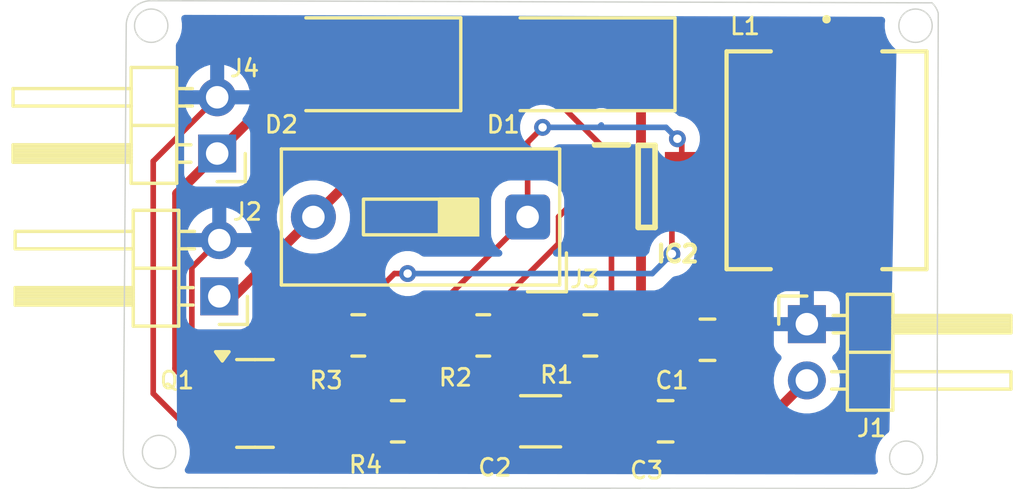
<source format=kicad_pcb>
(kicad_pcb (version 20241229) (generator "pcbnew") (generator_version "9.0")
  (layers (0 "F.Cu" signal) (2 "B.Cu" signal) (13 "F.Paste" user) (15 "B.Paste" user) (5 "F.SilkS" user "F.Silkscreen") (7 "B.SilkS" user "B.Silkscreen") (1 "F.Mask" user) (3 "B.Mask" user) (25 "Edge.Cuts" user))
  (net 0 "")
  (net 1 "GNDD")
  (net 2 "Net-(IC2-VIN)")
  (net 3 "/OUT_P")
  (net 4 "Net-(IC2-FB)")
  (net 5 "Net-(D1-A)")
  (net 6 "/BAT_P")
  (net 7 "/SOLAR_P")
  (net 8 "Net-(IC2-~{SHDN})")
  (footprint "Resistor_SMD:R_0805_2012Metric" (layer "F.Cu") (at 95.25 122.555)
    (property "Reference" "R4" (at -1.15 1.545 0) (layer "F.SilkS") (effects (font (size 0.6 0.6) (thickness 0.1) (bold yes))))
    (property "Value" "1 MΩ")
    (fp_line (start -0.227064 -0.735) (end 0.227064 -0.735) (stroke (width 0.12)) (layer "F.SilkS"))
    (fp_line (start -0.227064 0.735) (end 0.227064 0.735) (stroke (width 0.12)) (layer "F.SilkS"))
    (pad "1" smd roundrect (at -0.9125 0) (size 1.025 1.4) (layers "F.Cu" "F.Mask" "F.Paste") (roundrect_rratio 0.243902) (net 7 "/SOLAR_P"))
    (pad "2" smd roundrect (at 0.9125 0) (size 1.025 1.4) (layers "F.Cu" "F.Mask" "F.Paste") (roundrect_rratio 0.243902) (net 1 "GNDD"))
  )
  (footprint "Connector_PinHeader_2.00mm:PinHeader_1x02_P2.00mm_Horizontal" (layer "F.Cu") (at 88.9 118.11 180)
    (property "Reference" "J2" (at -1 3.01 180) (layer "F.SilkS") (effects (font (size 0.6 0.6) (thickness 0.1))))
    (property "Value" "Conn_01x02_Pin" (hide yes))
    (fp_line (start 7.26 2.31) (end 3.06 2.31) (stroke (width 0.12)) (layer "F.SilkS"))
    (fp_line (start 7.26 1.69) (end 7.26 2.31) (stroke (width 0.12)) (layer "F.SilkS"))
    (fp_line (start 7.26 0.31) (end 3.06 0.31) (stroke (width 0.12)) (layer "F.SilkS"))
    (fp_line (start 7.26 -0.31) (end 7.26 0.31) (stroke (width 0.12)) (layer "F.SilkS"))
    (fp_line (start 3.06 3.06) (end 3.06 -1.06) (stroke (width 0.12)) (layer "F.SilkS"))
    (fp_line (start 3.06 1.69) (end 7.26 1.69) (stroke (width 0.12)) (layer "F.SilkS"))
    (fp_line (start 3.06 0.23) (end 7.26 0.23) (stroke (width 0.12)) (layer "F.SilkS"))
    (fp_line (start 3.06 0.11) (end 7.26 0.11) (stroke (width 0.12)) (layer "F.SilkS"))
    (fp_line (start 3.06 -0.01) (end 7.26 -0.01) (stroke (width 0.12)) (layer "F.SilkS"))
    (fp_line (start 3.06 -0.13) (end 7.26 -0.13) (stroke (width 0.12)) (layer "F.SilkS"))
    (fp_line (start 3.06 -0.25) (end 7.26 -0.25) (stroke (width 0.12)) (layer "F.SilkS"))
    (fp_line (start 3.06 -0.31) (end 7.26 -0.31) (stroke (width 0.12)) (layer "F.SilkS"))
    (fp_line (start 3.06 -1.06) (end 1.44 -1.06) (stroke (width 0.12)) (layer "F.SilkS"))
    (fp_line (start 1.44 3.06) (end 3.06 3.06) (stroke (width 0.12)) (layer "F.SilkS"))
    (fp_line (start 1.44 1) (end 3.06 1) (stroke (width 0.12)) (layer "F.SilkS"))
    (fp_line (start 1.44 -1.06) (end 1.44 3.06) (stroke (width 0.12)) (layer "F.SilkS"))
    (fp_line (start 0.935 0.31) (end 1.44 0.31) (stroke (width 0.12)) (layer "F.SilkS"))
    (fp_line (start 0.935 -0.31) (end 1.44 -0.31) (stroke (width 0.12)) (layer "F.SilkS"))
    (fp_line (start 0.882114 2.31) (end 1.44 2.31) (stroke (width 0.12)) (layer "F.SilkS"))
    (fp_line (start 0.882114 1.69) (end 1.44 1.69) (stroke (width 0.12)) (layer "F.SilkS"))
    (fp_line (start -1 0) (end -1 -1) (stroke (width 0.12)) (layer "F.SilkS"))
    (fp_line (start -1 -1) (end 0 -1) (stroke (width 0.12)) (layer "F.SilkS"))
    (pad "1" thru_hole rect (at 0 0 180) (size 1.35 1.35) (drill 0.8) (layers "*.Cu" "*.Mask") (net 6 "/BAT_P"))
    (pad "2" thru_hole oval (at 0 2 180) (size 1.35 1.35) (drill 0.8) (layers "*.Cu" "*.Mask") (net 1 "GNDD"))
  )
  (footprint "L 0.680H:IND_ASPI-0630LR_ABR" (layer "F.Cu") (at 110.5 113.2699 -90)
    (property "Reference" "L1" (at -4.7699 2.9 0) (layer "F.SilkS") (effects (font (size 0.6 0.6) (thickness 0.1))))
    (property "Value" "ASPI-0630LR")
    (fp_line (start -3.8735 3.556) (end 3.8735 3.556) (stroke (width 0.1524)) (layer "F.SilkS"))
    (fp_line (start 3.8735 3.556) (end 3.8735 1.98374) (stroke (width 0.1524)) (layer "F.SilkS"))
    (fp_line (start -3.8735 1.98374) (end -3.8735 3.556) (stroke (width 0.1524)) (layer "F.SilkS"))
    (fp_line (start 3.8735 -1.98374) (end 3.8735 -3.556) (stroke (width 0.1524)) (layer "F.SilkS"))
    (fp_line (start -3.8735 -3.556) (end -3.8735 -1.98374) (stroke (width 0.1524)) (layer "F.SilkS"))
    (fp_line (start 3.8735 -3.556) (end -3.8735 -3.556) (stroke (width 0.1524)) (layer "F.SilkS"))
    (fp_circle (center -5.0165 0) (end -4.9403 0) (stroke (width 0.1524)) (fill no) (layer "F.SilkS"))
    (pad "1" smd rect (at -2.5654 0) (size 3.302 2.667) (layers "F.Cu" "F.Mask" "F.Paste") (net 5 "Net-(D1-A)"))
    (pad "2" smd rect (at 2.5654 0) (size 3.302 2.667) (layers "F.Cu" "F.Mask" "F.Paste") (net 2 "Net-(IC2-VIN)"))
  )
  (footprint "Package_TO_SOT_SMD:SOT-23" (layer "F.Cu") (at 90.17 121.92)
    (property "Reference" "Q1" (at -2.77 -0.82 0) (layer "F.SilkS") (effects (font (size 0.6 0.6) (thickness 0.1))))
    (property "Value" "2N7000")
    (fp_line (start 0 -1.56) (end -0.65 -1.56) (stroke (width 0.12)) (layer "F.SilkS"))
    (fp_line (start 0 -1.56) (end 0.65 -1.56) (stroke (width 0.12)) (layer "F.SilkS"))
    (fp_line (start 0 1.56) (end -0.65 1.56) (stroke (width 0.12)) (layer "F.SilkS"))
    (fp_line (start 0 1.56) (end 0.65 1.56) (stroke (width 0.12)) (layer "F.SilkS"))
    (fp_poly (pts (xy -1.1625 -1.51) (xy -1.4025 -1.84) (xy -0.9225 -1.84) (xy -1.1625 -1.51)) (stroke (width 0.12)) (fill yes) (layer "F.SilkS"))
    (pad "1" smd roundrect (at -0.9375 -0.95) (size 1.475 0.6) (layers "F.Cu" "F.Mask" "F.Paste") (net 1 "GNDD"))
    (pad "2" smd roundrect (at -0.9375 0.95) (size 1.475 0.6) (layers "F.Cu" "F.Mask" "F.Paste") (net 7 "/SOLAR_P"))
    (pad "3" smd roundrect (at 0.9375 0) (size 1.475 0.6) (layers "F.Cu" "F.Mask" "F.Paste") (net 8 "Net-(IC2-~{SHDN})"))
  )
  (footprint "Resistor_SMD:R_0805_2012Metric" (layer "F.Cu") (at 98.29 119.5 180)
    (property "Reference" "R2" (at 0.99 -1.5 0) (layer "F.SilkS") (effects (font (size 0.6 0.6) (thickness 0.1))))
    (property "Value" "604kΩ")
    (fp_line (start -0.227064 0.735) (end 0.227064 0.735) (stroke (width 0.12)) (layer "F.SilkS"))
    (fp_line (start -0.227064 -0.735) (end 0.227064 -0.735) (stroke (width 0.12)) (layer "F.SilkS"))
    (pad "1" smd roundrect (at -0.9125 0 180) (size 1.025 1.4) (layers "F.Cu" "F.Mask" "F.Paste") (roundrect_rratio 0.243902) (net 4 "Net-(IC2-FB)"))
    (pad "2" smd roundrect (at 0.9125 0 180) (size 1.025 1.4) (layers "F.Cu" "F.Mask" "F.Paste") (roundrect_rratio 0.243902) (net 1 "GNDD"))
  )
  (footprint "Connector_PinHeader_2.00mm:PinHeader_1x02_P2.00mm_Horizontal" (layer "F.Cu") (at 109.8 119.1)
    (property "Reference" "J1" (at 2.3 3.7 0) (layer "F.SilkS") (effects (font (size 0.6 0.6) (thickness 0.1) (bold yes))))
    (property "Value" "Conn_01x02_Pin" (hide yes))
    (fp_line (start -1 -1) (end 0 -1) (stroke (width 0.12)) (layer "F.SilkS"))
    (fp_line (start -1 0) (end -1 -1) (stroke (width 0.12)) (layer "F.SilkS"))
    (fp_line (start 0.882114 1.69) (end 1.44 1.69) (stroke (width 0.12)) (layer "F.SilkS"))
    (fp_line (start 0.882114 2.31) (end 1.44 2.31) (stroke (width 0.12)) (layer "F.SilkS"))
    (fp_line (start 0.935 -0.31) (end 1.44 -0.31) (stroke (width 0.12)) (layer "F.SilkS"))
    (fp_line (start 0.935 0.31) (end 1.44 0.31) (stroke (width 0.12)) (layer "F.SilkS"))
    (fp_line (start 1.44 -1.06) (end 1.44 3.06) (stroke (width 0.12)) (layer "F.SilkS"))
    (fp_line (start 1.44 1) (end 3.06 1) (stroke (width 0.12)) (layer "F.SilkS"))
    (fp_line (start 1.44 3.06) (end 3.06 3.06) (stroke (width 0.12)) (layer "F.SilkS"))
    (fp_line (start 3.06 -1.06) (end 1.44 -1.06) (stroke (width 0.12)) (layer "F.SilkS"))
    (fp_line (start 3.06 -0.31) (end 7.26 -0.31) (stroke (width 0.12)) (layer "F.SilkS"))
    (fp_line (start 3.06 -0.25) (end 7.26 -0.25) (stroke (width 0.12)) (layer "F.SilkS"))
    (fp_line (start 3.06 -0.13) (end 7.26 -0.13) (stroke (width 0.12)) (layer "F.SilkS"))
    (fp_line (start 3.06 -0.01) (end 7.26 -0.01) (stroke (width 0.12)) (layer "F.SilkS"))
    (fp_line (start 3.06 0.11) (end 7.26 0.11) (stroke (width 0.12)) (layer "F.SilkS"))
    (fp_line (start 3.06 0.23) (end 7.26 0.23) (stroke (width 0.12)) (layer "F.SilkS"))
    (fp_line (start 3.06 1.69) (end 7.26 1.69) (stroke (width 0.12)) (layer "F.SilkS"))
    (fp_line (start 3.06 3.06) (end 3.06 -1.06) (stroke (width 0.12)) (layer "F.SilkS"))
    (fp_line (start 7.26 -0.31) (end 7.26 0.31) (stroke (width 0.12)) (layer "F.SilkS"))
    (fp_line (start 7.26 0.31) (end 3.06 0.31) (stroke (width 0.12)) (layer "F.SilkS"))
    (fp_line (start 7.26 1.69) (end 7.26 2.31) (stroke (width 0.12)) (layer "F.SilkS"))
    (fp_line (start 7.26 2.31) (end 3.06 2.31) (stroke (width 0.12)) (layer "F.SilkS"))
    (pad "1" thru_hole rect (at 0 0) (size 1.35 1.35) (drill 0.8) (layers "*.Cu" "*.Mask") (net 1 "GNDD"))
    (pad "2" thru_hole oval (at 0 2) (size 1.35 1.35) (drill 0.8) (layers "*.Cu" "*.Mask") (net 3 "/OUT_P"))
  )
  (footprint "Resistor_SMD:R_0805_2012Metric" (layer "F.Cu") (at 93.845 119.5 180)
    (property "Reference" "R3" (at 1.145 -1.6 0) (layer "F.SilkS") (effects (font (size 0.6 0.6) (thickness 0.1))))
    (property "Value" "10kΩ")
    (fp_line (start -0.227064 0.735) (end 0.227064 0.735) (stroke (width 0.12)) (layer "F.SilkS"))
    (fp_line (start -0.227064 -0.735) (end 0.227064 -0.735) (stroke (width 0.12)) (layer "F.SilkS"))
    (pad "1" smd roundrect (at -0.9125 0 180) (size 1.025 1.4) (layers "F.Cu" "F.Mask" "F.Paste") (roundrect_rratio 0.243902) (net 2 "Net-(IC2-VIN)"))
    (pad "2" smd roundrect (at 0.9125 0 180) (size 1.025 1.4) (layers "F.Cu" "F.Mask" "F.Paste") (roundrect_rratio 0.243902) (net 8 "Net-(IC2-~{SHDN})"))
  )
  (footprint "Capacitor_SMD:C_0805_2012Metric" (layer "F.Cu") (at 106.265 119.655)
    (property "Reference" "C1" (at -1.265 1.445 0) (layer "F.SilkS") (effects (font (size 0.6 0.6) (thickness 0.1))))
    (property "Value" "4.7 μF")
    (fp_line (start -0.261252 -0.735) (end 0.261252 -0.735) (stroke (width 0.12)) (layer "F.SilkS"))
    (fp_line (start -0.261252 0.735) (end 0.261252 0.735) (stroke (width 0.12)) (layer "F.SilkS"))
    (pad "1" smd roundrect (at -0.95 0) (size 1 1.45) (layers "F.Cu" "F.Mask" "F.Paste") (net 2 "Net-(IC2-VIN)"))
    (pad "2" smd roundrect (at 0.95 0) (size 1 1.45) (layers "F.Cu" "F.Mask" "F.Paste") (net 1 "GNDD"))
  )
  (footprint "Capacitor_SMD:C_0805_2012Metric" (layer "F.Cu") (at 104.775 122.555 180)
    (property "Reference" "C3" (at 0.675 -1.745 0) (layer "F.SilkS") (effects (font (size 0.6 0.6) (thickness 0.1))))
    (property "Value" "10 pF")
    (fp_line (start -0.261252 0.735) (end 0.261252 0.735) (stroke (width 0.12)) (layer "F.SilkS"))
    (fp_line (start -0.261252 -0.735) (end 0.261252 -0.735) (stroke (width 0.12)) (layer "F.SilkS"))
    (pad "1" smd roundrect (at -0.95 0 180) (size 1 1.45) (layers "F.Cu" "F.Mask" "F.Paste") (net 3 "/OUT_P"))
    (pad "2" smd roundrect (at 0.95 0 180) (size 1 1.45) (layers "F.Cu" "F.Mask" "F.Paste") (net 4 "Net-(IC2-FB)"))
  )
  (footprint "Button_Switch_THT:SW_DIP_SPSTx01_Slide_9.78x4.72mm_W7.62mm_P2.54mm" (layer "F.Cu") (at 99.8675 115.2875 180)
    (property "Reference" "J3" (at -2.0325 -2.2125 0) (layer "F.SilkS") (effects (font (size 0.6 0.6) (thickness 0.1) (bold yes))))
    (property "Value" "Conn_01x02_Pin" (hide yes))
    (fp_line (start 8.76 -2.42) (end 8.76 2.42) (stroke (width 0.12)) (layer "F.SilkS"))
    (fp_line (start 3.133333 -0.635) (end 3.133333 0.635) (stroke (width 0.12)) (layer "F.SilkS"))
    (fp_line (start -1.14 2.42) (end 8.76 2.42) (stroke (width 0.12)) (layer "F.SilkS"))
    (fp_line (start -1.14 -2.42) (end 8.76 -2.42) (stroke (width 0.12)) (layer "F.SilkS"))
    (fp_line (start -1.14 -2.42) (end -1.14 2.42) (stroke (width 0.12)) (layer "F.SilkS"))
    (fp_line (start -1.38 -2.66) (end 0.003 -2.66) (stroke (width 0.12)) (layer "F.SilkS"))
    (fp_line (start -1.38 -2.66) (end -1.38 -1.277) (stroke (width 0.12)) (layer "F.SilkS"))
    (fp_rect (start 1.78 -0.635) (end 5.84 0.635) (stroke (width 0.12)) (fill no) (layer "F.SilkS"))
    (fp_rect (start 1.78 -0.635) (end 3.133333 0.635) (stroke (width 0.12)) (fill yes) (layer "F.SilkS"))
    (pad "1" thru_hole roundrect (at 0 0 180) (size 1.6 1.6) (drill 0.8) (layers "*.Cu" "*.Mask") (roundrect_rratio 0.15625) (net 2 "Net-(IC2-VIN)"))
    (pad "2" thru_hole circle (at 7.62 0 180) (size 1.6 1.6) (drill 0.8) (layers "*.Cu" "*.Mask") (net 6 "/BAT_P"))
  )
  (footprint "Resistor_SMD:R_0805_2012Metric" (layer "F.Cu") (at 102.1 119.5)
    (property "Reference" "R1" (at -1.2 1.4 0) (layer "F.SilkS") (effects (font (size 0.6 0.6) (thickness 0.1))))
    (property "Value" "1 MΩ")
    (fp_line (start -0.227064 -0.735) (end 0.227064 -0.735) (stroke (width 0.12)) (layer "F.SilkS"))
    (fp_line (start -0.227064 0.735) (end 0.227064 0.735) (stroke (width 0.12)) (layer "F.SilkS"))
    (pad "1" smd roundrect (at -0.9125 0) (size 1.025 1.4) (layers "F.Cu" "F.Mask" "F.Paste") (roundrect_rratio 0.243902) (net 3 "/OUT_P"))
    (pad "2" smd roundrect (at 0.9125 0) (size 1.025 1.4) (layers "F.Cu" "F.Mask" "F.Paste") (roundrect_rratio 0.243902) (net 4 "Net-(IC2-FB)"))
  )
  (footprint "Connector_PinHeader_2.00mm:PinHeader_1x02_P2.00mm_Horizontal" (layer "F.Cu") (at 88.825 113.03 180)
    (property "Reference" "J4" (at -0.975 3.03 180) (layer "F.SilkS") (effects (font (size 0.6 0.6) (thickness 0.1))))
    (property "Value" "Conn_01x02_Pin" (hide yes))
    (fp_line (start 7.26 2.31) (end 3.06 2.31) (stroke (width 0.12)) (layer "F.SilkS"))
    (fp_line (start 7.26 1.69) (end 7.26 2.31) (stroke (width 0.12)) (layer "F.SilkS"))
    (fp_line (start 7.26 0.31) (end 3.06 0.31) (stroke (width 0.12)) (layer "F.SilkS"))
    (fp_line (start 7.26 -0.31) (end 7.26 0.31) (stroke (width 0.12)) (layer "F.SilkS"))
    (fp_line (start 3.06 3.06) (end 3.06 -1.06) (stroke (width 0.12)) (layer "F.SilkS"))
    (fp_line (start 3.06 1.69) (end 7.26 1.69) (stroke (width 0.12)) (layer "F.SilkS"))
    (fp_line (start 3.06 0.23) (end 7.26 0.23) (stroke (width 0.12)) (layer "F.SilkS"))
    (fp_line (start 3.06 0.11) (end 7.26 0.11) (stroke (width 0.12)) (layer "F.SilkS"))
    (fp_line (start 3.06 -0.01) (end 7.26 -0.01) (stroke (width 0.12)) (layer "F.SilkS"))
    (fp_line (start 3.06 -0.13) (end 7.26 -0.13) (stroke (width 0.12)) (layer "F.SilkS"))
    (fp_line (start 3.06 -0.25) (end 7.26 -0.25) (stroke (width 0.12)) (layer "F.SilkS"))
    (fp_line (start 3.06 -0.31) (end 7.26 -0.31) (stroke (width 0.12)) (layer "F.SilkS"))
    (fp_line (start 3.06 -1.06) (end 1.44 -1.06) (stroke (width 0.12)) (layer "F.SilkS"))
    (fp_line (start 1.44 3.06) (end 3.06 3.06) (stroke (width 0.12)) (layer "F.SilkS"))
    (fp_line (start 1.44 1) (end 3.06 1) (stroke (width 0.12)) (layer "F.SilkS"))
    (fp_line (start 1.44 -1.06) (end 1.44 3.06) (stroke (width 0.12)) (layer "F.SilkS"))
    (fp_line (start 0.935 0.31) (end 1.44 0.31) (stroke (width 0.12)) (layer "F.SilkS"))
    (fp_line (start 0.935 -0.31) (end 1.44 -0.31) (stroke (width 0.12)) (layer "F.SilkS"))
    (fp_line (start 0.882114 2.31) (end 1.44 2.31) (stroke (width 0.12)) (layer "F.SilkS"))
    (fp_line (start 0.882114 1.69) (end 1.44 1.69) (stroke (width 0.12)) (layer "F.SilkS"))
    (fp_line (start -1 0) (end -1 -1) (stroke (width 0.12)) (layer "F.SilkS"))
    (fp_line (start -1 -1) (end 0 -1) (stroke (width 0.12)) (layer "F.SilkS"))
    (pad "1" thru_hole rect (at 0 0 180) (size 1.35 1.35) (drill 0.8) (layers "*.Cu" "*.Mask") (net 7 "/SOLAR_P"))
    (pad "2" thru_hole oval (at 0 2 180) (size 1.35 1.35) (drill 0.8) (layers "*.Cu" "*.Mask") (net 1 "GNDD"))
  )
  (footprint "Capacitor_SMD:C_1206_3216Metric" (layer "F.Cu") (at 100.33 122.555 180)
    (property "Reference" "C2" (at 1.63 -1.645 0) (layer "F.SilkS") (effects (font (size 0.6 0.6) (thickness 0.1))))
    (property "Value" "22 μF")
    (fp_line (start -0.711252 0.91) (end 0.711252 0.91) (stroke (width 0.12)) (layer "F.SilkS"))
    (fp_line (start -0.711252 -0.91) (end 0.711252 -0.91) (stroke (width 0.12)) (layer "F.SilkS"))
    (pad "1" smd roundrect (at -1.475 0 180) (size 1.15 1.8) (layers "F.Cu" "F.Mask" "F.Paste") (roundrect_rratio 0.217391) (net 3 "/OUT_P"))
    (pad "2" smd roundrect (at 1.475 0 180) (size 1.15 1.8) (layers "F.Cu" "F.Mask" "F.Paste") (roundrect_rratio 0.217391) (net 1 "GNDD"))
  )
  (footprint "3015:SOT95P280X145-5N" (layer "F.Cu") (at 104.1 114.2)
    (property "Reference" "IC2" (at 1.1 2.4 0) (layer "F.SilkS") (effects (font (size 0.6 0.6) (thickness 0.15) (bold yes))))
    (property "Value" "AP3015KTR-G1" (hide yes))
    (fp_line (start -1.85 -1.475) (end -0.65 -1.475) (stroke (width 0.2)) (layer "F.SilkS"))
    (fp_line (start -0.3 -1.46) (end 0.3 -1.46) (stroke (width 0.2)) (layer "F.SilkS"))
    (fp_line (start -0.3 1.46) (end -0.3 -1.46) (stroke (width 0.2)) (layer "F.SilkS"))
    (fp_line (start 0.3 -1.46) (end 0.3 1.46) (stroke (width 0.2)) (layer "F.SilkS"))
    (fp_line (start 0.3 1.46) (end -0.3 1.46) (stroke (width 0.2)) (layer "F.SilkS"))
    (pad "1" smd rect (at -1.25 -0.95 90) (size 0.55 1.2) (layers "F.Cu" "F.Mask" "F.Paste") (net 5 "Net-(D1-A)"))
    (pad "2" smd rect (at -1.25 0 90) (size 0.55 1.2) (layers "F.Cu" "F.Mask" "F.Paste") (net 1 "GNDD"))
    (pad "3" smd rect (at -1.25 0.95 90) (size 0.55 1.2) (layers "F.Cu" "F.Mask" "F.Paste") (net 4 "Net-(IC2-FB)"))
    (pad "4" smd rect (at 1.25 0.95 90) (size 0.55 1.2) (layers "F.Cu" "F.Mask" "F.Paste") (net 8 "Net-(IC2-~{SHDN})"))
    (pad "5" smd rect (at 1.25 -0.95 90) (size 0.55 1.2) (layers "F.Cu" "F.Mask" "F.Paste") (net 2 "Net-(IC2-VIN)"))
  )
  (footprint "Diode_SMD:D_SMA" (layer "F.Cu") (at 93.98 109.855 180)
    (property "Reference" "D2" (at 2.8725 -2.145 0) (layer "F.SilkS") (effects (font (size 0.6 0.6) (thickness 0.1))))
    (property "Value" "SS14")
    (fp_line (start -3.51 1.65) (end 2 1.65) (stroke (width 0.12)) (layer "F.SilkS"))
    (fp_line (start -3.51 -1.65) (end 2 -1.65) (stroke (width 0.12)) (layer "F.SilkS"))
    (fp_line (start -3.51 -1.65) (end -3.51 1.65) (stroke (width 0.12)) (layer "F.SilkS"))
    (pad "1" smd roundrect (at -2 0 180) (size 2.5 1.8) (layers "F.Cu" "F.Mask" "F.Paste") (roundrect_rratio 0.1388888889) (net 6 "/BAT_P"))
    (pad "2" smd roundrect (at 2 0 180) (size 2.5 1.8) (layers "F.Cu" "F.Mask" "F.Paste") (roundrect_rratio 0.1388888889) (net 7 "/SOLAR_P"))
  )
  (footprint "Diode_SMD:D_SMA" (layer "F.Cu") (at 101.6 109.855 180)
    (property "Reference" "D1" (at 2.6 -2.145 0) (layer "F.SilkS") (effects (font (size 0.6 0.6) (thickness 0.1))))
    (property "Value" "SS14" (hide yes))
    (fp_line (start -3.51 1.65) (end 2 1.65) (stroke (width 0.12)) (layer "F.SilkS"))
    (fp_line (start -3.51 -1.65) (end 2 -1.65) (stroke (width 0.12)) (layer "F.SilkS"))
    (fp_line (start -3.51 -1.65) (end -3.51 1.65) (stroke (width 0.12)) (layer "F.SilkS"))
    (pad "1" smd roundrect (at -2 0 180) (size 2.5 1.8) (layers "F.Cu" "F.Mask" "F.Paste") (roundrect_rratio 0.1388888889) (net 3 "/OUT_P"))
    (pad "2" smd roundrect (at 2 0 180) (size 2.5 1.8) (layers "F.Cu" "F.Mask" "F.Paste") (roundrect_rratio 0.1388888889) (net 5 "Net-(D1-A)"))
  )
  (gr_line (start 114.473212 108.041239) (end 114.429552 123.750877) (stroke (width 0.05)) (layer "Edge.Cuts"))
  (gr_arc (start 114.173 124.5616) (mid 113.760785 124.863771) (end 113.256481 124.946872) (stroke (width 0.05)) (layer "Edge.Cuts"))
  (gr_arc (start 114.429552 123.750877) (mid 114.382843 124.18205) (end 114.173 124.5616) (stroke (width 0.05)) (layer "Edge.Cuts"))
  (gr_line (start 113.256481 124.946872) (end 86.748871 124.9172) (stroke (width 0.05)) (layer "Edge.Cuts"))
  (gr_circle (center 86.478231 108.4834) (end 86.884631 108.9152) (stroke (width 0.05)) (fill no) (layer "Edge.Cuts"))
  (gr_circle (center 113.3348 123.8504) (end 113.7412 124.2822) (stroke (width 0.05)) (fill no) (layer "Edge.Cuts"))
  (gr_arc (start 85.589813 108.5088) (mid 85.843913 107.860847) (end 86.486997 107.594662) (stroke (width 0.05)) (layer "Edge.Cuts"))
  (gr_arc (start 114.2492 107.6706) (mid 114.387277 107.84013) (end 114.473212 108.04118) (stroke (width 0.05)) (layer "Edge.Cuts"))
  (gr_line (start 85.487601 123.656073) (end 85.589813 108.516731) (stroke (width 0.05)) (layer "Edge.Cuts"))
  (gr_circle (center 113.665 108.4834) (end 114.0714 108.9152) (stroke (width 0.05)) (fill no) (layer "Edge.Cuts"))
  (gr_line (start 86.487694 107.594438) (end 114.249199 107.6706) (stroke (width 0.05)) (layer "Edge.Cuts"))
  (gr_arc (start 86.748871 124.9172) (mid 85.856492 124.542144) (end 85.487601 123.6472) (stroke (width 0.05)) (layer "Edge.Cuts"))
  (gr_circle (center 86.757631 123.6472) (end 87.164031 124.079) (stroke (width 0.05)) (fill no) (layer "Edge.Cuts"))
  (segment (start 95.1615 123.556) (end 96.1625 122.555) (width 0.2) (layer "F.Cu") (net 1))
  (segment (start 97.70384 119.5) (end 97.3775 119.5) (width 0.2) (layer "F.Cu") (net 1))
  (segment (start 97.3775 121.0775) (end 98.855 122.555) (width 0.2) (layer "F.Cu") (net 1))
  (segment (start 100.9685 116.23534) (end 97.70384 119.5) (width 0.2) (layer "F.Cu") (net 1))
  (segment (start 89.2325 120.97) (end 87.924 119.6615) (width 0.2) (layer "F.Cu") (net 1))
  (segment (start 88.539032 123.556) (end 95.1615 123.556) (width 0.2) (layer "F.Cu") (net 1))
  (segment (start 103.377 114.2) (end 102.85 114.2) (width 0.2) (layer "F.Cu") (net 1))
  (segment (start 107.77 119.1) (end 109.8 119.1) (width 0.2) (layer "F.Cu") (net 1))
  (segment (start 87.924 117.086) (end 87.924 119.6615) (width 0.2) (layer "F.Cu") (net 1))
  (segment (start 107.215 119.655) (end 107.77 119.1) (width 0.2) (layer "F.Cu") (net 1))
  (segment (start 98.855 122.555) (end 96.1625 122.555) (width 0.2) (layer "F.Cu") (net 1))
  (segment (start 88.825 111.03) (end 86.55 113.305) (width 0.2) (layer "F.Cu") (net 1))
  (segment (start 86.55 121.566968) (end 88.539032 123.556) (width 0.2) (layer "F.Cu") (net 1))
  (segment (start 88.9 116.11) (end 87.924 117.086) (width 0.2) (layer "F.Cu") (net 1))
  (segment (start 97.3775 119.5) (end 97.3775 121.0775) (width 0.2) (layer "F.Cu") (net 1))
  (segment (start 102.05 114.2) (end 100.9685 115.2815) (width 0.2) (layer "F.Cu") (net 1))
  (segment (start 100.9685 115.2815) (end 100.9685 116.23534) (width 0.2) (layer "F.Cu") (net 1))
  (segment (start 86.55 113.305) (end 86.55 121.566968) (width 0.2) (layer "F.Cu") (net 1))
  (segment (start 102.85 114.2) (end 102.05 114.2) (width 0.2) (layer "F.Cu") (net 1))
  (segment (start 110.5 115.8353) (end 107.8353 118.5) (width 0.2) (layer "F.Cu") (net 2))
  (segment (start 106.251 114.151) (end 106.251 118.5) (width 0.2) (layer "F.Cu") (net 2))
  (segment (start 106.251 118.719) (end 105.315 119.655) (width 0.2) (layer "F.Cu") (net 2))
  (segment (start 99.8675 112.6325) (end 100.4 112.1) (width 0.2) (layer "F.Cu") (net 2))
  (segment (start 106.251 118.5) (end 106.251 118.719) (width 0.2) (layer "F.Cu") (net 2))
  (segment (start 105.35 112.6605) (end 105.19475 112.50525) (width 0.2) (layer "F.Cu") (net 2))
  (segment (start 94.7575 119.5) (end 95.655 119.5) (width 0.2) (layer "F.Cu") (net 2))
  (segment (start 105.35 113.25) (end 105.35 112.6605) (width 0.2) (layer "F.Cu") (net 2))
  (segment (start 95.655 119.5) (end 99.8675 115.2875) (width 0.2) (layer "F.Cu") (net 2))
  (segment (start 105.35 113.25) (end 106.251 114.151) (width 0.2) (layer "F.Cu") (net 2))
  (segment (start 99.8675 115.2875) (end 99.8675 112.6325) (width 0.2) (layer "F.Cu") (net 2))
  (segment (start 107.8353 118.5) (end 106.251 118.5) (width 0.2) (layer "F.Cu") (net 2))
  (via (at 105.19475 112.50525) (size 0.6) (drill 0.3) (layers "F.Cu" "B.Cu") (net 2))
  (via (at 100.4 112.1) (size 0.6) (drill 0.3) (layers "F.Cu" "B.Cu") (net 2))
  (segment (start 100.4 112.1) (end 104.7895 112.1) (width 0.2) (layer "B.Cu") (net 2))
  (segment (start 104.7895 112.1) (end 105.19475 112.50525) (width 0.2) (layer "B.Cu") (net 2))
  (segment (start 102.403 112.1) (end 102.489 112.014) (width 0.2) (layer "B.Cu") (net 2))
  (segment (start 101.805 122.555) (end 101.805 120.1175) (width 0.35) (layer "F.Cu") (net 3))
  (segment (start 108.345 122.555) (end 105.725 122.555) (width 0.35) (layer "F.Cu") (net 3))
  (segment (start 105.725 122.555) (end 103.901 120.731) (width 0.35) (layer "F.Cu") (net 3))
  (segment (start 105.725 122.555) (end 104.624 123.656) (width 0.35) (layer "F.Cu") (net 3))
  (segment (start 103.901 120.731) (end 103.901 110.156) (width 0.35) (layer "F.Cu") (net 3))
  (segment (start 104.624 123.656) (end 102.906 123.656) (width 0.35) (layer "F.Cu") (net 3))
  (segment (start 109.8 121.1) (end 108.345 122.555) (width 0.35) (layer "F.Cu") (net 3))
  (segment (start 103.901 110.156) (end 103.6 109.855) (width 0.35) (layer "F.Cu") (net 3))
  (segment (start 102.906 123.656) (end 101.805 122.555) (width 0.35) (layer "F.Cu") (net 3))
  (segment (start 101.805 120.1175) (end 101.1875 119.5) (width 0.35) (layer "F.Cu") (net 3))
  (segment (start 99.2025 119.5) (end 100.2035 118.499) (width 0.2) (layer "F.Cu") (net 4))
  (segment (start 103.825 122.555) (end 103.0125 121.7425) (width 0.2) (layer "F.Cu") (net 4))
  (segment (start 102.85 115.15) (end 102.85 119.3375) (width 0.2) (layer "F.Cu") (net 4))
  (segment (start 102.0115 118.499) (end 103.0125 119.5) (width 0.2) (layer "F.Cu") (net 4))
  (segment (start 103.0125 121.7425) (end 103.0125 119.5) (width 0.2) (layer "F.Cu") (net 4))
  (segment (start 102.85 119.3375) (end 103.0125 119.5) (width 0.2) (layer "F.Cu") (net 4))
  (segment (start 100.2035 118.499) (end 102.0115 118.499) (width 0.2) (layer "F.Cu") (net 4))
  (segment (start 108.4495 108.654) (end 100.801 108.654) (width 0.2) (layer "F.Cu") (net 5))
  (segment (start 100.801 108.654) (end 99.6 109.855) (width 0.2) (layer "F.Cu") (net 5))
  (segment (start 110.5 110.7045) (end 108.4495 108.654) (width 0.2) (layer "F.Cu") (net 5))
  (segment (start 102.85 113.25) (end 102.85 113.105) (width 0.2) (layer "F.Cu") (net 5))
  (segment (start 102.85 113.105) (end 99.6 109.855) (width 0.2) (layer "F.Cu") (net 5))
  (segment (start 95.98 109.855) (end 95.98 111.555) (width 0.35) (layer "F.Cu") (net 6))
  (segment (start 95.98 111.555) (end 92.2475 115.2875) (width 0.35) (layer "F.Cu") (net 6))
  (segment (start 89.425 118.11) (end 88.9 118.11) (width 0.35) (layer "F.Cu") (net 6))
  (segment (start 92.2475 115.2875) (end 89.425 118.11) (width 0.35) (layer "F.Cu") (net 6))
  (segment (start 89.2325 122.504252) (end 89.2325 122.87) (width 0.35) (layer "F.Cu") (net 7))
  (segment (start 87.4 120.671752) (end 89.2325 122.504252) (width 0.35) (layer "F.Cu") (net 7))
  (segment (start 88.825 113.03) (end 88.825 113.01) (width 0.35) (layer "F.Cu") (net 7))
  (segment (start 87.4 114.455) (end 87.4 120.671752) (width 0.35) (layer "F.Cu") (net 7))
  (segment (start 88.825 113.03) (end 87.4 114.455) (width 0.35) (layer "F.Cu") (net 7))
  (segment (start 88.825 113.01) (end 91.98 109.855) (width 0.35) (layer "F.Cu") (net 7))
  (segment (start 89.2325 122.87) (end 94.0225 122.87) (width 0.35) (layer "F.Cu") (net 7))
  (segment (start 94.0225 122.87) (end 94.3375 122.555) (width 0.35) (layer "F.Cu") (net 7))
  (segment (start 92.9325 120.095) (end 92.9325 119.5) (width 0.2) (layer "F.Cu") (net 8))
  (segment (start 105 115.5) (end 105.35 115.15) (width 0.2) (layer "F.Cu") (net 8))
  (segment (start 91.1075 121.92) (end 92.9325 120.095) (width 0.2) (layer "F.Cu") (net 8))
  (segment (start 92.9325 119.5) (end 95.1325 117.3) (width 0.2) (layer "F.Cu") (net 8))
  (segment (start 105 116.6) (end 105 115.5) (width 0.2) (layer "F.Cu") (net 8))
  (segment (start 95.1325 117.3) (end 95.6 117.3) (width 0.2) (layer "F.Cu") (net 8))
  (via (at 105 116.6) (size 0.6) (drill 0.3) (layers "F.Cu" "B.Cu") (net 8))
  (via (at 95.6 117.3) (size 0.6) (drill 0.3) (layers "F.Cu" "B.Cu") (net 8))
  (segment (start 95.6 117.3) (end 104.3 117.3) (width 0.2) (layer "B.Cu") (net 8))
  (segment (start 104.3 117.3) (end 105 116.6) (width 0.2) (layer "B.Cu") (net 8))
  (zone (net 1) (net_name "GNDD") (layer "B.Cu") (name "GNDD") (connect_pads (clearance 0.5)) (min_thickness 0.25) (fill yes (thermal_gap 0.5) (thermal_bridge_width 0.5))
    (polygon (pts (xy 113.001598 107.701598) (xy 87.350598 107.599518) (xy 87.4 124.9) (xy 112.7 124.9) (xy 113.018327 107.718327)))
  )
)
</source>
